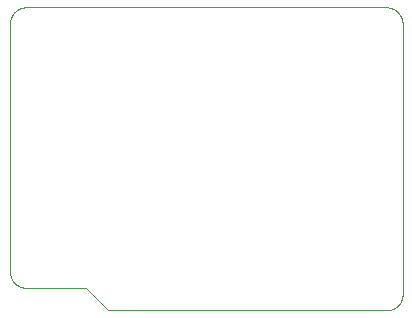
<source format=gbp>
G75*
%MOIN*%
%OFA0B0*%
%FSLAX25Y25*%
%IPPOS*%
%LPD*%
%AMOC8*
5,1,8,0,0,1.08239X$1,22.5*
%
%ADD10C,0.00100*%
D10*
X0011500Y0013500D02*
X0031500Y0013500D01*
X0038750Y0006000D01*
X0131750Y0006000D01*
X0131895Y0006006D01*
X0132041Y0006015D01*
X0132186Y0006028D01*
X0132330Y0006045D01*
X0132474Y0006067D01*
X0132618Y0006091D01*
X0132761Y0006120D01*
X0132902Y0006153D01*
X0133043Y0006189D01*
X0133183Y0006230D01*
X0133322Y0006274D01*
X0133460Y0006322D01*
X0133596Y0006373D01*
X0133730Y0006428D01*
X0133864Y0006487D01*
X0133995Y0006550D01*
X0134125Y0006616D01*
X0134253Y0006685D01*
X0134379Y0006758D01*
X0134503Y0006834D01*
X0134625Y0006914D01*
X0134745Y0006997D01*
X0134862Y0007083D01*
X0134977Y0007172D01*
X0135090Y0007264D01*
X0135200Y0007360D01*
X0135307Y0007458D01*
X0135412Y0007559D01*
X0135514Y0007663D01*
X0135613Y0007770D01*
X0135709Y0007879D01*
X0135802Y0007991D01*
X0135892Y0008105D01*
X0135979Y0008222D01*
X0136063Y0008341D01*
X0136144Y0008462D01*
X0136221Y0008586D01*
X0136295Y0008711D01*
X0136365Y0008839D01*
X0136432Y0008968D01*
X0136495Y0009099D01*
X0136555Y0009232D01*
X0136612Y0009366D01*
X0136664Y0009502D01*
X0136713Y0009639D01*
X0136758Y0009777D01*
X0136799Y0009917D01*
X0136837Y0010058D01*
X0136871Y0010199D01*
X0136901Y0010342D01*
X0136927Y0010485D01*
X0136949Y0010629D01*
X0136967Y0010773D01*
X0136982Y0010918D01*
X0136992Y0011063D01*
X0136998Y0011209D01*
X0137001Y0011354D01*
X0137000Y0011500D01*
X0137000Y0101500D01*
X0137001Y0101500D02*
X0136997Y0101648D01*
X0136989Y0101795D01*
X0136978Y0101943D01*
X0136962Y0102090D01*
X0136943Y0102237D01*
X0136920Y0102384D01*
X0136893Y0102529D01*
X0136862Y0102674D01*
X0136827Y0102818D01*
X0136788Y0102961D01*
X0136746Y0103103D01*
X0136700Y0103243D01*
X0136650Y0103383D01*
X0136596Y0103521D01*
X0136539Y0103657D01*
X0136478Y0103792D01*
X0136413Y0103926D01*
X0136345Y0104057D01*
X0136274Y0104187D01*
X0136199Y0104315D01*
X0136120Y0104441D01*
X0136039Y0104564D01*
X0135954Y0104685D01*
X0135866Y0104805D01*
X0135775Y0104921D01*
X0135680Y0105035D01*
X0135583Y0105147D01*
X0135483Y0105256D01*
X0135380Y0105362D01*
X0135274Y0105466D01*
X0135165Y0105567D01*
X0135054Y0105664D01*
X0134940Y0105759D01*
X0134824Y0105851D01*
X0134705Y0105939D01*
X0134584Y0106025D01*
X0134461Y0106107D01*
X0134336Y0106186D01*
X0134208Y0106261D01*
X0134079Y0106333D01*
X0133947Y0106402D01*
X0133814Y0106467D01*
X0133680Y0106528D01*
X0133543Y0106586D01*
X0133405Y0106640D01*
X0133266Y0106691D01*
X0133126Y0106738D01*
X0132984Y0106781D01*
X0132841Y0106820D01*
X0132697Y0106856D01*
X0132553Y0106887D01*
X0132407Y0106915D01*
X0132261Y0106939D01*
X0132114Y0106959D01*
X0131967Y0106975D01*
X0131820Y0106987D01*
X0131672Y0106995D01*
X0131524Y0106999D01*
X0131375Y0107000D01*
X0011375Y0107000D01*
X0011229Y0106992D01*
X0011083Y0106979D01*
X0010937Y0106963D01*
X0010792Y0106943D01*
X0010647Y0106918D01*
X0010503Y0106891D01*
X0010360Y0106859D01*
X0010218Y0106823D01*
X0010077Y0106784D01*
X0009937Y0106741D01*
X0009798Y0106694D01*
X0009660Y0106643D01*
X0009524Y0106589D01*
X0009389Y0106532D01*
X0009256Y0106470D01*
X0009125Y0106405D01*
X0008995Y0106337D01*
X0008867Y0106265D01*
X0008741Y0106190D01*
X0008617Y0106112D01*
X0008496Y0106030D01*
X0008376Y0105945D01*
X0008259Y0105857D01*
X0008144Y0105766D01*
X0008032Y0105672D01*
X0007922Y0105575D01*
X0007815Y0105475D01*
X0007710Y0105372D01*
X0007609Y0105266D01*
X0007510Y0105158D01*
X0007414Y0105047D01*
X0007321Y0104934D01*
X0007231Y0104818D01*
X0007144Y0104700D01*
X0007061Y0104580D01*
X0006980Y0104457D01*
X0006903Y0104332D01*
X0006830Y0104206D01*
X0006759Y0104077D01*
X0006692Y0103946D01*
X0006629Y0103814D01*
X0006569Y0103680D01*
X0006513Y0103545D01*
X0006460Y0103408D01*
X0006411Y0103270D01*
X0006366Y0103131D01*
X0006324Y0102990D01*
X0006287Y0102849D01*
X0006253Y0102706D01*
X0006222Y0102563D01*
X0006196Y0102418D01*
X0006174Y0102273D01*
X0006155Y0102128D01*
X0006140Y0101982D01*
X0006129Y0101836D01*
X0006122Y0101690D01*
X0006119Y0101543D01*
X0006120Y0101396D01*
X0006125Y0101250D01*
X0006125Y0018750D01*
X0006124Y0018750D02*
X0006128Y0018607D01*
X0006136Y0018463D01*
X0006147Y0018320D01*
X0006162Y0018176D01*
X0006181Y0018034D01*
X0006204Y0017892D01*
X0006231Y0017750D01*
X0006262Y0017610D01*
X0006296Y0017470D01*
X0006335Y0017331D01*
X0006377Y0017194D01*
X0006422Y0017057D01*
X0006472Y0016922D01*
X0006525Y0016789D01*
X0006581Y0016656D01*
X0006642Y0016526D01*
X0006705Y0016397D01*
X0006773Y0016269D01*
X0006843Y0016144D01*
X0006917Y0016020D01*
X0006994Y0015899D01*
X0007075Y0015780D01*
X0007159Y0015663D01*
X0007245Y0015548D01*
X0007335Y0015436D01*
X0007428Y0015326D01*
X0007524Y0015219D01*
X0007623Y0015114D01*
X0007725Y0015012D01*
X0007829Y0014913D01*
X0007936Y0014817D01*
X0008045Y0014723D01*
X0008157Y0014633D01*
X0008272Y0014546D01*
X0008388Y0014462D01*
X0008507Y0014381D01*
X0008628Y0014303D01*
X0008752Y0014229D01*
X0008877Y0014158D01*
X0009004Y0014090D01*
X0009133Y0014026D01*
X0009263Y0013965D01*
X0009395Y0013908D01*
X0009529Y0013855D01*
X0009664Y0013805D01*
X0009800Y0013759D01*
X0009937Y0013716D01*
X0010076Y0013677D01*
X0010216Y0013642D01*
X0010356Y0013611D01*
X0010497Y0013584D01*
X0010639Y0013560D01*
X0010782Y0013541D01*
X0010925Y0013525D01*
X0011068Y0013513D01*
X0011212Y0013505D01*
X0011356Y0013501D01*
X0011500Y0013500D01*
M02*

</source>
